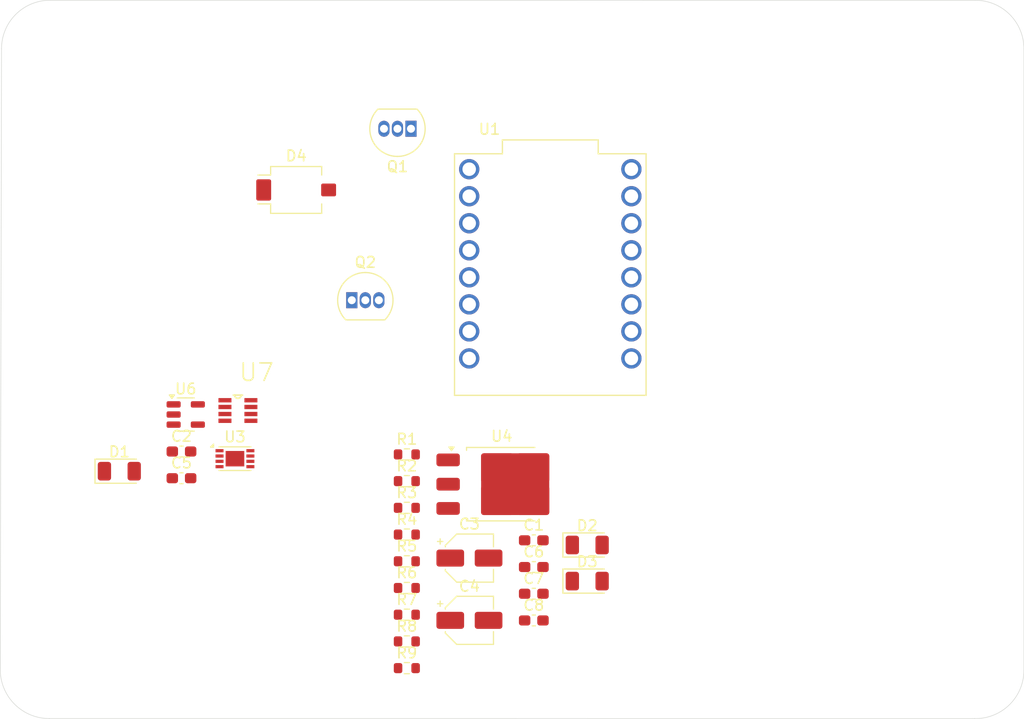
<source format=kicad_pcb>
(kicad_pcb (version 20240108) (generator "pcbnew") (generator_version "8.0")
  (layers (0 "F.Cu" signal) (31 "B.Cu" signal) (34 "B.Paste" user) (35 "F.Paste" user) (36 "B.SilkS" user "B.Silkscreen") (37 "F.SilkS" user "F.Silkscreen") (38 "B.Mask" user) (39 "F.Mask" user) (44 "Edge.Cuts" user))
  (net 0 "")
  (net 2 "Net-(D4-K)")
  (net 6 "Net-(D2-K)")
  (net 7 "Net-(Q1-C)")
  (net 8 "Net-(Q1-B)")
  (net 9 "Net-(Q2-C)")
  (net 12 "Net-(Q2-B)")
  (net 13 "LTC_B0")
  (net 15 "GND")
  (net 16 "Net-(D1-K)")
  (net 17 "VCC")
  (net 18 "3v3")
  (net 21 "LED1")
  (net 22 "LED2")
  (net 23 "LTC_B2")
  (net 24 "PB - entrada AD")
  (net 25 "LTC_B1")
  (net 26 "PF - entrada AD")
  (net 27 "Net-(U3A-+)")
  (net 28 "Net-(U3B--)")
  (net 29 "Estágio 2_Ganho")
  (net 30 "Estágio3_Filtro")
  (net 31 "Net-(C6-Pad1)")
  (net 32 "Net-(C7-Pad1)")
  (footprint "Resistor_SMD:R_0603_1608Metric" (layer "F.Cu") (at 168.9 123.88)
    (property "Reference" "R4" (at 0 -1.43 0) (layer "F.SilkS"))
    (property "Value" "R")
    (fp_line (start -0.237258 -0.5225) (end 0.237258 -0.5225) (stroke (width 0.12)) (layer "F.SilkS"))
    (fp_line (start -0.237258 0.5225) (end 0.237258 0.5225) (stroke (width 0.12)) (layer "F.SilkS"))
    (pad "1" smd roundrect (at -0.825 0) (size 0.8 0.95) (layers "F.Cu" "F.Paste" "F.Mask") (net 21 "LED1"))
    (pad "2" smd roundrect (at 0.825 0) (size 0.8 0.95) (layers "F.Cu" "F.Paste" "F.Mask") (net 8 "Net-(Q1-B)"))
  )
  (footprint "Resistor_SMD:R_0603_1608Metric" (layer "F.Cu") (at 168.9 136.43)
    (property "Reference" "R9" (at 0 -1.43 0) (layer "F.SilkS"))
    (property "Value" "R")
    (fp_line (start -0.237258 -0.5225) (end 0.237258 -0.5225) (stroke (width 0.12)) (layer "F.SilkS"))
    (fp_line (start -0.237258 0.5225) (end 0.237258 0.5225) (stroke (width 0.12)) (layer "F.SilkS"))
    (pad "1" smd roundrect (at -0.825 0) (size 0.8 0.95) (layers "F.Cu" "F.Paste" "F.Mask") (net 9 "Net-(Q2-C)"))
    (pad "2" smd roundrect (at 0.825 0) (size 0.8 0.95) (layers "F.Cu" "F.Paste" "F.Mask") (net 6 "Net-(D2-K)"))
  )
  (footprint "Capacitor_SMD:C_0603_1608Metric_Pad1.08x0.95mm_HandSolder" (layer "F.Cu") (at 180.83 129.44)
    (property "Reference" "C7" (at 0 -1.43 0) (layer "F.SilkS"))
    (property "Value" "C")
    (fp_line (start -0.146267 -0.51) (end 0.146267 -0.51) (stroke (width 0.12)) (layer "F.SilkS"))
    (fp_line (start -0.146267 0.51) (end 0.146267 0.51) (stroke (width 0.12)) (layer "F.SilkS"))
    (pad "1" smd roundrect (at -0.8625 0) (size 1.075 0.95) (layers "F.Cu" "F.Paste" "F.Mask") (net 32 "Net-(C7-Pad1)"))
    (pad "2" smd roundrect (at 0.8625 0) (size 1.075 0.95) (layers "F.Cu" "F.Paste" "F.Mask") (net 28 "Net-(U3B--)"))
  )
  (footprint "Package_DFN_QFN:DFN-8-1EP_3x2mm_P0.5mm_EP1.75x1.45mm" (layer "F.Cu") (at 152.75 116.75)
    (property "Reference" "U3" (at 0 -2.05 0) (layer "F.SilkS"))
    (property "Value" "MCP6002-xMC")
    (fp_line (start -1.5 -1.11) (end 1.5 -1.11) (stroke (width 0.12)) (layer "F.SilkS"))
    (fp_line (start -1.5 1.11) (end 1.5 1.11) (stroke (width 0.12)) (layer "F.SilkS"))
    (fp_poly (pts (xy -2.01 -1.09) (xy -2.29 -1.09) (xy -2.01 -1.37) (xy -2.01 -1.09)) (stroke (width 0.12)) (fill solid) (layer "F.SilkS"))
    (pad "1" smd rect (at -1.45 -0.75) (size 0.75 0.3) (layers "F.Cu" "F.Paste" "F.Mask") (net 24 "PB - entrada AD"))
    (pad "2" smd rect (at -1.45 -0.25) (size 0.75 0.3) (layers "F.Cu" "F.Paste" "F.Mask") (net 15 "GND"))
    (pad "3" smd rect (at -1.45 0.25) (size 0.75 0.3) (layers "F.Cu" "F.Paste" "F.Mask") (net 27 "Net-(U3A-+)"))
    (pad "4" smd rect (at -1.45 0.75) (size 0.75 0.3) (layers "F.Cu" "F.Paste" "F.Mask") (net 15 "GND"))
    (pad "5" smd rect (at 1.45 0.75) (size 0.75 0.3) (layers "F.Cu" "F.Paste" "F.Mask") (net 15 "GND"))
    (pad "6" smd rect (at 1.45 0.25) (size 0.75 0.3) (layers "F.Cu" "F.Paste" "F.Mask") (net 28 "Net-(U3B--)"))
    (pad "7" smd rect (at 1.45 -0.25) (size 0.75 0.3) (layers "F.Cu" "F.Paste" "F.Mask") (net 26 "PF - entrada AD"))
    (pad "8" smd rect (at 1.45 -0.75) (size 0.75 0.3) (layers "F.Cu" "F.Paste" "F.Mask") (net 18 "3v3"))
    (pad "9" smd rect (at 0 0) (size 1.75 1.45) (layers "F.Cu" "F.Mask") (net 15 "GND"))
  )
  (footprint "Package_TO_SOT_THT:TO-92_Inline" (layer "F.Cu") (at 163.73 101.86)
    (property "Reference" "Q2" (at 1.27 -3.56 0) (layer "F.SilkS"))
    (property "Value" "BC337")
    (fp_line (start -0.53 1.85) (end 3.07 1.85) (stroke (width 0.12)) (layer "F.SilkS"))
    (fp_arc (start -0.568478 1.838478) (mid -1.132087 -0.994977) (end 1.27 -2.6) (stroke (width 0.12)) (layer "F.SilkS"))
    (fp_arc (start 1.27 -2.6) (mid 3.672087 -0.994977) (end 3.108478 1.838478) (stroke (width 0.12)) (layer "F.SilkS"))
    (pad "1" thru_hole rect (at 0 0) (size 1.05 1.5) (drill 0.75) (layers "*.Cu" "*.Mask") (net 9 "Net-(Q2-C)"))
    (pad "2" thru_hole oval (at 1.27 0) (size 1.05 1.5) (drill 0.75) (layers "*.Cu" "*.Mask") (net 12 "Net-(Q2-B)"))
    (pad "3" thru_hole oval (at 2.54 0) (size 1.05 1.5) (drill 0.75) (layers "*.Cu" "*.Mask") (net 15 "GND"))
  )
  (footprint "Package_TO_SOT_SMD:TO-252-3_TabPin2" (layer "F.Cu") (at 177.82 119.145)
    (property "Reference" "U4" (at 0 -4.5 0) (layer "F.SilkS"))
    (property "Value" "LM1117DT-3.3")
    (fp_line (start -3.31 -3.45) (end -3.31 -3.18) (stroke (width 0.12)) (layer "F.SilkS"))
    (fp_line (start -3.31 3.45) (end -3.31 3.18) (stroke (width 0.12)) (layer "F.SilkS"))
    (fp_line (start 3.11 -3.45) (end -3.31 -3.45) (stroke (width 0.12)) (layer "F.SilkS"))
    (fp_line (start 3.11 3.45) (end -3.31 3.45) (stroke (width 0.12)) (layer "F.SilkS"))
    (fp_poly (pts (xy -4.725 -3.16) (xy -4.965 -3.49) (xy -4.485 -3.49) (xy -4.725 -3.16)) (stroke (width 0.12)) (fill solid) (layer "F.SilkS"))
    (pad "1" smd roundrect (at -5.04 -2.28) (size 2.2 1.2) (layers "F.Cu" "F.Paste" "F.Mask") (roundrect_rratio 0.208333) (net 15 "GND"))
    (pad "2" smd roundrect (at -5.04 0) (size 2.2 1.2) (layers "F.Cu" "F.Paste" "F.Mask") (roundrect_rratio 0.208333) (net 18 "3v3"))
    (pad "2" smd roundrect (at -0.415 -1.525) (size 3.05 2.75) (layers "F.Cu" "F.Paste") (roundrect_rratio 0.090909) (net 18 "3v3"))
    (pad "2" smd roundrect (at -0.415 1.525) (size 3.05 2.75) (layers "F.Cu" "F.Paste") (roundrect_rratio 0.090909) (net 18 "3v3"))
    (pad "2" smd roundrect (at 1.26 0) (size 6.4 5.8) (layers "F.Cu" "F.Mask") (roundrect_rratio 0.043103) (net 18 "3v3"))
    (pad "2" smd roundrect (at 2.935 -1.525) (size 3.05 2.75) (layers "F.Cu" "F.Paste") (roundrect_rratio 0.090909) (net 18 "3v3"))
    (pad "2" smd roundrect (at 2.935 1.525) (size 3.05 2.75) (layers "F.Cu" "F.Paste") (roundrect_rratio 0.090909) (net 18 "3v3"))
    (pad "3" smd roundrect (at -5.04 2.28) (size 2.2 1.2) (layers "F.Cu" "F.Paste" "F.Mask") (roundrect_rratio 0.208333) (net 17 "VCC"))
  )
  (footprint "Capacitor_SMD:C_0603_1608Metric_Pad1.08x0.95mm_HandSolder" (layer "F.Cu") (at 147.725 116.075)
    (property "Reference" "C2" (at 0 -1.43 0) (layer "F.SilkS"))
    (property "Value" "1uF")
    (fp_line (start -0.146267 -0.51) (end 0.146267 -0.51) (stroke (width 0.12)) (layer "F.SilkS"))
    (fp_line (start -0.146267 0.51) (end 0.146267 0.51) (stroke (width 0.12)) (layer "F.SilkS"))
    (pad "1" smd roundrect (at -0.8625 0) (size 1.075 0.95) (layers "F.Cu" "F.Paste" "F.Mask") (net 2 "Net-(D4-K)"))
    (pad "2" smd roundrect (at 0.8625 0) (size 1.075 0.95) (layers "F.Cu" "F.Paste" "F.Mask") (net 15 "GND"))
  )
  (footprint "Capacitor_SMD:C_0603_1608Metric_Pad1.08x0.95mm_HandSolder" (layer "F.Cu") (at 147.725 118.585)
    (property "Reference" "C5" (at 0 -1.43 0) (layer "F.SilkS"))
    (property "Value" "0.1uF")
    (fp_line (start -0.146267 -0.51) (end 0.146267 -0.51) (stroke (width 0.12)) (layer "F.SilkS"))
    (fp_line (start -0.146267 0.51) (end 0.146267 0.51) (stroke (width 0.12)) (layer "F.SilkS"))
    (pad "1" smd roundrect (at -0.8625 0) (size 1.075 0.95) (layers "F.Cu" "F.Paste" "F.Mask") (net 18 "3v3"))
    (pad "2" smd roundrect (at 0.8625 0) (size 1.075 0.95) (layers "F.Cu" "F.Paste" "F.Mask") (net 15 "GND"))
  )
  (footprint "Capacitor_SMD:C_0603_1608Metric_Pad1.08x0.95mm_HandSolder" (layer "F.Cu") (at 180.83 124.42)
    (property "Reference" "C1" (at 0 -1.43 0) (layer "F.SilkS"))
    (property "Value" "C")
    (fp_line (start -0.146267 -0.51) (end 0.146267 -0.51) (stroke (width 0.12)) (layer "F.SilkS"))
    (fp_line (start -0.146267 0.51) (end 0.146267 0.51) (stroke (width 0.12)) (layer "F.SilkS"))
    (pad "1" smd roundrect (at -0.8625 0) (size 1.075 0.95) (layers "F.Cu" "F.Paste" "F.Mask") (net 27 "Net-(U3A-+)"))
    (pad "2" smd roundrect (at 0.8625 0) (size 1.075 0.95) (layers "F.Cu" "F.Paste" "F.Mask") (net 15 "GND"))
  )
  (footprint "Resistor_SMD:R_0603_1608Metric" (layer "F.Cu") (at 168.9 121.37)
    (property "Reference" "R3" (at 0 -1.43 0) (layer "F.SilkS"))
    (property "Value" "R")
    (fp_line (start -0.237258 -0.5225) (end 0.237258 -0.5225) (stroke (width 0.12)) (layer "F.SilkS"))
    (fp_line (start -0.237258 0.5225) (end 0.237258 0.5225) (stroke (width 0.12)) (layer "F.SilkS"))
    (pad "1" smd roundrect (at -0.825 0) (size 0.8 0.95) (layers "F.Cu" "F.Paste" "F.Mask") (net 31 "Net-(C6-Pad1)"))
    (pad "2" smd roundrect (at 0.825 0) (size 0.8 0.95) (layers "F.Cu" "F.Paste" "F.Mask") (net 27 "Net-(U3A-+)"))
  )
  (footprint "Resistor_SMD:R_0603_1608Metric" (layer "F.Cu") (at 168.9 126.39)
    (property "Reference" "R5" (at 0 -1.43 0) (layer "F.SilkS"))
    (property "Value" "R")
    (fp_line (start -0.237258 -0.5225) (end 0.237258 -0.5225) (stroke (width 0.12)) (layer "F.SilkS"))
    (fp_line (start -0.237258 0.5225) (end 0.237258 0.5225) (stroke (width 0.12)) (layer "F.SilkS"))
    (pad "1" smd roundrect (at -0.825 0) (size 0.8 0.95) (layers "F.Cu" "F.Paste" "F.Mask") (net 22 "LED2"))
    (pad "2" smd roundrect (at 0.825 0) (size 0.8 0.95) (layers "F.Cu" "F.Paste" "F.Mask") (net 12 "Net-(Q2-B)"))
  )
  (footprint "Resistor_SMD:R_0603_1608Metric" (layer "F.Cu") (at 168.9 131.41)
    (property "Reference" "R7" (at 0 -1.43 0) (layer "F.SilkS"))
    (property "Value" "R")
    (fp_line (start -0.237258 -0.5225) (end 0.237258 -0.5225) (stroke (width 0.12)) (layer "F.SilkS"))
    (fp_line (start -0.237258 0.5225) (end 0.237258 0.5225) (stroke (width 0.12)) (layer "F.SilkS"))
    (pad "1" smd roundrect (at -0.825 0) (size 0.8 0.95) (layers "F.Cu" "F.Paste" "F.Mask") (net 15 "GND"))
    (pad "2" smd roundrect (at 0.825 0) (size 0.8 0.95) (layers "F.Cu" "F.Paste" "F.Mask") (net 28 "Net-(U3B--)"))
  )
  (footprint "ESP32-C3_SUPERMINI:MODULE_ESP32-C3_SUPERMINI" (layer "F.Cu") (at 182.38 99.45)
    (property "Reference" "U1" (at -5.715 -13.6525 0) (layer "F.SilkS"))
    (property "Value" "ESP32-C3_SUPERMINI")
    (fp_line (start -9 11.35) (end -9 -11.35) (stroke (width 0.127)) (layer "F.SilkS"))
    (fp_line (start -4.5 -12.65) (end -4.5 -11.35) (stroke (width 0.127)) (layer "F.SilkS"))
    (fp_line (start -4.5 -11.35) (end -9 -11.35) (stroke (width 0.127)) (layer "F.SilkS"))
    (fp_line (start 4.5 -12.65) (end -4.5 -12.65) (stroke (width 0.127)) (layer "F.SilkS"))
    (fp_line (start 4.5 -12.65) (end 4.5 -11.35) (stroke (width 0.127)) (layer "F.SilkS"))
    (fp_line (start 9 -11.35) (end 4.5 -11.35) (stroke (width 0.127)) (layer "F.SilkS"))
    (fp_line (start 9 11.35) (end -9 11.35) (stroke (width 0.127)) (layer "F.SilkS"))
    (fp_line (start 9 11.35) (end 9 -11.35) (stroke (width 0.127)) (layer "F.SilkS"))
    (pad "0" thru_hole circle (at 7.62 7.88) (size 1.905 1.905) (drill 1.27) (layers "*.Cu" "*.Mask") (net 24 "PB - entrada AD"))
    (pad "1" thru_hole circle (at 7.62 5.34) (size 1.905 1.905) (drill 1.27) (layers "*.Cu" "*.Mask"))
    (pad "2" thru_hole circle (at 7.62 2.8) (size 1.905 1.905) (drill 1.27) (layers "*.Cu" "*.Mask"))
    (pad "3" thru_hole circle (at 7.62 0.26) (size 1.905 1.905) (drill 1.27) (layers "*.Cu" "*.Mask"))
    (pad "3.3" thru_hole circle (at 7.62 -4.82) (size 1.905 1.905) (drill 1.27) (layers "*.Cu" "*.Mask") (net 18 "3v3"))
    (pad "4" thru_hole circle (at 7.62 -2.28) (size 1.905 1.905) (drill 1.27) (layers "*.Cu" "*.Mask"))
    (pad "5" thru_hole circle (at -7.62 -9.9) (size 1.905 1.905) (drill 1.27) (layers "*.Cu" "*.Mask") (net 26 "PF - entrada AD"))
    (pad "5V" thru_hole circle (at 7.62 -9.9) (size 1.905 1.905) (drill 1.27) (layers "*.Cu" "*.Mask"))
    (pad "6" thru_hole circle (at -7.62 -7.36) (size 1.905 1.905) (drill 1.27) (layers "*.Cu" "*.Mask"))
    (pad "7" thru_hole circle (at -7.62 -4.82) (size 1.905 1.905) (drill 1.27) (layers "*.Cu" "*.Mask"))
    (pad "8" thru_hole circle (at -7.62 -2.28) (size 1.905 1.905) (drill 1.27) (layers "*.Cu" "*.Mask") (net 21 "LED1"))
    (pad "9" thru_hole circle (at -7.62 0.26) (size 1.905 1.905) (drill 1.27) (layers "*.Cu" "*.Mask") (net 22 "LED2"))
    (pad "10" thru_hole circle (at -7.62 2.8) (size 1.905 1.905) (drill 1.27) (layers "*.Cu" "*.Mask") (net 13 "LTC_B0"))
    (pad "20" thru_hole circle (at -7.62 5.34) (size 1.905 1.905) (drill 1.27) (layers "*.Cu" "*.Mask") (net 25 "LTC_B1"))
    (pad "21" thru_hole circle (at -7.62 7.88) (size 1.905 1.905) (drill 1.27) (layers "*.Cu" "*.Mask") (net 23 "LTC_B2"))
    (pad "G" thru_hole circle (at 7.62 -7.36) (size 1.905 1.905) (drill 1.27) (layers "*.Cu" "*.Mask") (net 15 "GND"))
  )
  (footprint "Resistor_SMD:R_0603_1608Metric" (layer "F.Cu") (at 168.9 128.9)
    (property "Reference" "R6" (at 0 -1.43 0) (layer "F.SilkS"))
    (property "Value" "R")
    (fp_line (start -0.237258 -0.5225) (end 0.237258 -0.5225) (stroke (width 0.12)) (layer "F.SilkS"))
    (fp_line (start -0.237258 0.5225) (end 0.237258 0.5225) (stroke (width 0.12)) (layer "F.SilkS"))
    (pad "1" smd roundrect (at -0.825 0) (size 0.8 0.95) (layers "F.Cu" "F.Paste" "F.Mask") (net 32 "Net-(C7-Pad1)"))
    (pad "2" smd roundrect (at 0.825 0) (size 0.8 0.95) (layers "F.Cu" "F.Paste" "F.Mask") (net 26 "PF - entrada AD"))
  )
  (footprint "Capacitor_SMD:C_0603_1608Metric_Pad1.08x0.95mm_HandSolder" (layer "F.Cu") (at 180.83 131.95)
    (property "Reference" "C8" (at 0 -1.43 0) (layer "F.SilkS"))
    (property "Value" "C")
    (fp_line (start -0.146267 -0.51) (end 0.146267 -0.51) (stroke (width 0.12)) (layer "F.SilkS"))
    (fp_line (start -0.146267 0.51) (end 0.146267 0.51) (stroke (width 0.12)) (layer "F.SilkS"))
    (pad "1" smd roundrect (at -0.8625 0) (size 1.075 0.95) (layers "F.Cu" "F.Paste" "F.Mask") (net 24 "PB - entrada AD"))
    (pad "2" smd roundrect (at 0.8625 0) (size 1.075 0.95) (layers "F.Cu" "F.Paste" "F.Mask") (net 32 "Net-(C7-Pad1)"))
  )
  (footprint "Package_TO_SOT_SMD:SOT-23-5" (layer "F.Cu") (at 148.125 112.6)
    (property "Reference" "U6" (at 0 -2.4 0) (layer "F.SilkS"))
    (property "Value" "MCP601R")
    (fp_line (start 0 -1.56) (end -0.8 -1.56) (stroke (width 0.12)) (layer "F.SilkS"))
    (fp_line (start 0 -1.56) (end 0.8 -1.56) (stroke (width 0.12)) (layer "F.SilkS"))
    (fp_line (start 0 1.56) (end -0.8 1.56) (stroke (width 0.12)) (layer "F.SilkS"))
    (fp_line (start 0 1.56) (end 0.8 1.56) (stroke (width 0.12)) (layer "F.SilkS"))
    (fp_poly (pts (xy -1.3 -1.51) (xy -1.54 -1.84) (xy -1.06 -1.84) (xy -1.3 -1.51)) (stroke (width 0.12)) (fill solid) (layer "F.SilkS"))
    (pad "1" smd roundrect (at -1.1375 -0.95) (size 1.325 0.6) (layers "F.Cu" "F.Paste" "F.Mask") (net 29 "Estágio 2_Ganho"))
    (pad "2" smd roundrect (at -1.1375 0) (size 1.325 0.6) (layers "F.Cu" "F.Paste" "F.Mask") (net 15 "GND"))
    (pad "3" smd roundrect (at -1.1375 0.95) (size 1.325 0.6) (layers "F.Cu" "F.Paste" "F.Mask") (net 15 "GND"))
    (pad "4" smd roundrect (at 1.1375 0.95) (size 1.325 0.6) (layers "F.Cu" "F.Paste" "F.Mask") (net 2 "Net-(D4-K)"))
    (pad "5" smd roundrect (at 1.1375 -0.95) (size 1.325 0.6) (layers "F.Cu" "F.Paste" "F.Mask") (net 18 "3v3"))
  )
  (footprint "LTC6910-1CTS8PBF:SOT65P280X100-8N" (layer "F.Cu") (at 153.0288 112.224)
    (property "Reference" "U7" (at 1.75303 -3.58225 0) (layer "F.SilkS") (effects (font (size 1.640394 1.640394))))
    (property "Value" "LTC6910-1CTS8PBF")
    (fp_line (start -0.3048 -1.4478) (end -0.4318 -1.4478) (stroke (width 0.1524)) (layer "F.SilkS"))
    (fp_line (start 0.3048 -1.4478) (end -0.3048 -1.4478) (stroke (width 0.1524)) (layer "F.SilkS"))
    (fp_line (start 0.4318 -1.4478) (end 0.3048 -1.4478) (stroke (width 0.1524)) (layer "F.SilkS"))
    (fp_arc (start 0.3048 -1.4478) (mid 0 -1.143) (end -0.3048 -1.4478) (stroke (width 0.1524)) (layer "F.SilkS"))
    (pad "1" smd rect (at -1.2192 -0.9652) (size 1.2192 0.4064) (layers "F.Cu" "F.Paste" "F.Mask") (net 30 "Estágio3_Filtro"))
    (pad "2" smd rect (at -1.2192 -0.3302) (size 1.2192 0.4064) (layers "F.Cu" "F.Paste" "F.Mask") (net 15 "GND"))
    (pad "3" smd rect (at -1.2192 0.3302) (size 1.2192 0.4064) (layers "F.Cu" "F.Paste" "F.Mask") (net 29 "Estágio 2_Ganho"))
    (pad "4" smd rect (at -1.2192 0.9652) (size 1.2192 0.4064) (layers "F.Cu" "F.Paste" "F.Mask") (net 15 "GND"))
    (pad "5" smd rect (at 1.2192 0.9652) (size 1.2192 0.4064) (layers "F.Cu" "F.Paste" "F.Mask") (net 13 "LTC_B0"))
    (pad "6" smd rect (at 1.2192 0.3302) (size 1.2192 0.4064) (layers "F.Cu" "F.Paste" "F.Mask") (net 25 "LTC_B1"))
    (pad "7" smd rect (at 1.2192 -0.3302) (size 1.2192 0.4064) (layers "F.Cu" "F.Paste" "F.Mask") (net 23 "LTC_B2"))
    (pad "8" smd rect (at 1.2192 -0.9652) (size 1.2192 0.4064) (layers "F.Cu" "F.Paste" "F.Mask") (net 18 "3v3"))
  )
  (footprint "LED_SMD:LED_1206_3216Metric" (layer "F.Cu") (at 185.85 128.25)
    (property "Reference" "D3" (at 0 -1.82 0) (layer "F.SilkS"))
    (property "Value" "MTSM0013-844-IR 1350 nM")
    (fp_line (start -2.285 -1.135) (end -2.285 1.135) (stroke (width 0.12)) (layer "F.SilkS"))
    (fp_line (start -2.285 1.135) (end 1.6 1.135) (stroke (width 0.12)) (layer "F.SilkS"))
    (fp_line (start 1.6 -1.135) (end -2.285 -1.135) (stroke (width 0.12)) (layer "F.SilkS"))
    (pad "1" smd roundrect (at -1.4 0) (size 1.25 1.75) (layers "F.Cu" "F.Paste" "F.Mask") (roundrect_rratio 0.2))
    (pad "2" smd roundrect (at 1.4 0) (size 1.25 1.75) (layers "F.Cu" "F.Paste" "F.Mask") (roundrect_rratio 0.2))
  )
  (footprint "LED_SMD:LED_1206_3216Metric" (layer "F.Cu") (at 141.885 117.925)
    (property "Reference" "D1" (at 0 -1.82 0) (layer "F.SilkS"))
    (property "Value" "MTE8120CP 805nm")
    (fp_line (start -2.285 -1.135) (end -2.285 1.135) (stroke (width 0.12)) (layer "F.SilkS"))
    (fp_line (start -2.285 1.135) (end 1.6 1.135) (stroke (width 0.12)) (layer "F.SilkS"))
    (fp_line (start 1.6 -1.135) (end -2.285 -1.135) (stroke (width 0.12)) (layer "F.SilkS"))
    (pad "1" smd roundrect (at -1.4 0) (size 1.25 1.75) (layers "F.Cu" "F.Paste" "F.Mask") (roundrect_rratio 0.2) (net 16 "Net-(D1-K)"))
    (pad "2" smd roundrect (at 1.4 0) (size 1.25 1.75) (layers "F.Cu" "F.Paste" "F.Mask") (roundrect_rratio 0.2) (net 18 "3v3"))
  )
  (footprint "Resistor_SMD:R_0603_1608Metric" (layer "F.Cu") (at 168.9 133.92)
    (property "Reference" "R8" (at 0 -1.43 0) (layer "F.SilkS"))
    (property "Value" "R")
    (fp_line (start -0.237258 -0.5225) (end 0.237258 -0.5225) (stroke (width 0.12)) (layer "F.SilkS"))
    (fp_line (start -0.237258 0.5225) (end 0.237258 0.5225) (stroke (width 0.12)) (layer "F.SilkS"))
    (pad "1" smd roundrect (at -0.825 0) (size 0.8 0.95) (layers "F.Cu" "F.Paste" "F.Mask") (net 7 "Net-(Q1-C)"))
    (pad "2" smd roundrect (at 0.825 0) (size 0.8 0.95) (layers "F.Cu" "F.Paste" "F.Mask") (net 16 "Net-(D1-K)"))
  )
  (footprint "Resistor_SMD:R_0603_1608Metric" (layer "F.Cu") (at 168.9 118.86)
    (property "Reference" "R2" (at 0 -1.43 0) (layer "F.SilkS"))
    (property "Value" "R")
    (fp_line (start -0.237258 -0.5225) (end 0.237258 -0.5225) (stroke (width 0.12)) (layer "F.SilkS"))
    (fp_line (start -0.237258 0.5225) (end 0.237258 0.5225) (stroke (width 0.12)) (layer "F.SilkS"))
    (pad "1" smd roundrect (at -0.825 0) (size 0.8 0.95) (layers "F.Cu" "F.Paste" "F.Mask") (net 2 "Net-(D4-K)"))
    (pad "2" smd roundrect (at 0.825 0) (size 0.8 0.95) (layers "F.Cu" "F.Paste" "F.Mask") (net 29 "Estágio 2_Ganho"))
  )
  (footprint "Resistor_SMD:R_0603_1608Metric" (layer "F.Cu") (at 168.9 116.35)
    (property "Reference" "R1" (at 0 -1.43 0) (layer "F.SilkS"))
    (property "Value" "R")
    (fp_line (start -0.237258 -0.5225) (end 0.237258 -0.5225) (stroke (width 0.12)) (layer "F.SilkS"))
    (fp_line (start -0.237258 0.5225) (end 0.237258 0.5225) (stroke (width 0.12)) (layer "F.SilkS"))
    (pad "1" smd roundrect (at -0.825 0) (size 0.8 0.95) (layers "F.Cu" "F.Paste" "F.Mask") (net 30 "Estágio3_Filtro"))
    (pad "2" smd roundrect (at 0.825 0) (size 0.8 0.95) (layers "F.Cu" "F.Paste" "F.Mask") (net 31 "Net-(C6-Pad1)"))
  )
  (footprint "LED_SMD:LED_1206_3216Metric" (layer "F.Cu") (at 185.85 124.86)
    (property "Reference" "D2" (at 0 -1.82 0) (layer "F.SilkS"))
    (property "Value" "MTE8120CP 805nm")
    (fp_line (start -2.285 -1.135) (end -2.285 1.135) (stroke (width 0.12)) (layer "F.SilkS"))
    (fp_line (start -2.285 1.135) (end 1.6 1.135) (stroke (width 0.12)) (layer "F.SilkS"))
    (fp_line (start 1.6 -1.135) (end -2.285 -1.135) (stroke (width 0.12)) (layer "F.SilkS"))
    (pad "1" smd roundrect (at -1.4 0) (size 1.25 1.75) (layers "F.Cu" "F.Paste" "F.Mask") (roundrect_rratio 0.2) (net 6 "Net-(D2-K)"))
    (pad "2" smd roundrect (at 1.4 0) (size 1.25 1.75) (layers "F.Cu" "F.Paste" "F.Mask") (roundrect_rratio 0.2) (net 18 "3v3"))
  )
  (footprint "OptoDevice:Osram_BPW34S-SMD" (layer "F.Cu") (at 158.5 91.5)
    (property "Reference" "D4" (at 0.01 -3.2 0) (layer "F.SilkS"))
    (property "Value" "S5971")
    (fp_line (start -3.59 1.31) (end -2.4 1.31) (stroke (width 0.12)) (layer "F.SilkS"))
    (fp_line (start -2.41 -1.4) (end -3.59 -1.4) (stroke (width 0.12)) (layer "F.SilkS"))
    (fp_line (start -2.4 -2.2) (end -2.4 -1.4) (stroke (width 0.12)) (layer "F.SilkS"))
    (fp_line (start -2.4 1.31) (end -2.4 2.2) (stroke (width 0.12)) (layer "F.SilkS"))
    (fp_line (start -2.4 2.2) (end 2.4 2.2) (stroke (width 0.12)) (layer "F.SilkS"))
    (fp_line (start 2.4 -2.2) (end -2.4 -2.2) (stroke (width 0.12)) (layer "F.SilkS"))
    (fp_line (start 2.4 -1.4) (end 2.4 -2.2) (stroke (width 0.12)) (layer "F.SilkS"))
    (fp_line (start 2.4 2.2) (end 2.4 1.31) (stroke (width 0.12)) (layer "F.SilkS"))
    (pad "1" smd roundrect (at -3.05 0 180) (size 1.4 2) (layers "F.Cu" "F.Mask") (roundrect_rratio 0.125) (net 2 "Net-(D4-K)"))
    (pad "2" smd roundrect (at 3.05 0 180) (size 1.4 1.2) (layers "F.Cu" "F.Mask") (roundrect_rratio 0.125) (net 15 "GND"))
  )
  (footprint "Capacitor_SMD:CP_Elec_4x4.5" (layer "F.Cu") (at 174.78 131.94)
    (property "Reference" "C4" (at 0 -3.2 0) (layer "F.SilkS"))
    (property "Value" "C_Polarized_Small")
    (fp_line (start -3 -1.56) (end -2.5 -1.56) (stroke (width 0.12)) (layer "F.SilkS"))
    (fp_line (start -2.75 -1.81) (end -2.75 -1.31) (stroke (width 0.12)) (layer "F.SilkS"))
    (fp_line (start -2.26 -1.195563) (end -2.26 -1.06) (stroke (width 0.12)) (layer "F.SilkS"))
    (fp_line (start -2.26 -1.195563) (end -1.195563 -2.26) (stroke (width 0.12)) (layer "F.SilkS"))
    (fp_line (start -2.26 1.195563) (end -2.26 1.06) (stroke (width 0.12)) (layer "F.SilkS"))
    (fp_line (start -2.26 1.195563) (end -1.195563 2.26) (stroke (width 0.12)) (layer "F.SilkS"))
    (fp_line (start -1.195563 -2.26) (end 2.26 -2.26) (stroke (width 0.12)) (layer "F.SilkS"))
    (fp_line (start -1.195563 2.26) (end 2.26 2.26) (stroke (width 0.12)) (layer "F.SilkS"))
    (fp_line (start 2.26 -2.26) (end 2.26 -1.06) (stroke (width 0.12)) (layer "F.SilkS"))
    (fp_line (start 2.26 2.26) (end 2.26 1.06) (stroke (width 0.12)) (layer "F.SilkS"))
    (pad "1" smd roundrect (at -1.8 0) (size 2.6 1.6) (layers "F.Cu" "F.Paste" "F.Mask") (roundrect_rratio 0.15625) (net 18 "3v3"))
    (pad "2" smd roundrect (at 1.8 0) (size 2.6 1.6) (layers "F.Cu" "F.Paste" "F.Mask") (roundrect_rratio 0.15625) (net 15 "GND"))
  )
  (footprint "Capacitor_SMD:CP_Elec_4x5.3" (layer "F.Cu") (at 174.78 126.09)
    (property "Reference" "C3" (at 0 -3.2 0) (layer "F.SilkS"))
    (property "Value" "C_Polarized_Small")
    (fp_line (start -3 -1.56) (end -2.5 -1.56) (stroke (width 0.12)) (layer "F.SilkS"))
    (fp_line (start -2.75 -1.81) (end -2.75 -1.31) (stroke (width 0.12)) (layer "F.SilkS"))
    (fp_line (start -2.26 -1.195563) (end -2.26 -1.06) (stroke (width 0.12)) (layer "F.SilkS"))
    (fp_line (start -2.26 -1.195563) (end -1.195563 -2.26) (stroke (width 0.12)) (layer "F.SilkS"))
    (fp_line (start -2.26 1.195563) (end -2.26 1.06) (stroke (width 0.12)) (layer "F.SilkS"))
    (fp_line (start -2.26 1.195563) (end -1.195563 2.26) (stroke (width 0.12)) (layer "F.SilkS"))
    (fp_line (start -1.195563 -2.26) (end 2.26 -2.26) (stroke (width 0.12)) (layer "F.SilkS"))
    (fp_line (start -1.195563 2.26) (end 2.26 2.26) (stroke (width 0.12)) (layer "F.SilkS"))
    (fp_line (start 2.26 -2.26) (end 2.26 -1.06) (stroke (width 0.12)) (layer "F.SilkS"))
    (fp_line (start 2.26 2.26) (end 2.26 1.06) (stroke (width 0.12)) (layer "F.SilkS"))
    (pad "1" smd roundrect (at -1.8 0) (size 2.6 1.6) (layers "F.Cu" "F.Paste" "F.Mask") (roundrect_rratio 0.15625) (net 17 "VCC"))
    (pad "2" smd roundrect (at 1.8 0) (size 2.6 1.6) (layers "F.Cu" "F.Paste" "F.Mask") (roundrect_rratio 0.15625) (net 15 "GND"))
  )
  (footprint "Package_TO_SOT_THT:TO-92_Inline" (layer "F.Cu") (at 169.29 85.75 180)
    (property "Reference" "Q1" (at 1.27 -3.56 180) (layer "F.SilkS"))
    (property "Value" "BC337")
    (fp_line (start -0.53 1.85) (end 3.07 1.85) (stroke (width 0.12)) (layer "F.SilkS"))
    (fp_arc (start 1.27 -2.6) (mid 3.672087 -0.994977) (end 3.108478 1.838478) (stroke (width 0.12)) (layer "F.SilkS"))
    (fp_arc (start -0.568478 1.838478) (mid -1.132087 -0.994977) (end 1.27 -2.6) (stroke (width 0.12)) (layer "F.SilkS"))
    (pad "1" thru_hole rect (at 0 0 180) (size 1.05 1.5) (drill 0.75) (layers "*.Cu" "*.Mask") (net 7 "Net-(Q1-C)"))
    (pad "2" thru_hole oval (at 1.27 0 180) (size 1.05 1.5) (drill 0.75) (layers "*.Cu" "*.Mask") (net 8 "Net-(Q1-B)"))
    (pad "3" thru_hole oval (at 2.54 0 180) (size 1.05 1.5) (drill 0.75) (layers "*.Cu" "*.Mask") (net 15 "GND"))
  )
  (footprint "Capacitor_SMD:C_0603_1608Metric_Pad1.08x0.95mm_HandSolder" (layer "F.Cu") (at 180.83 126.93)
    (property "Reference" "C6" (at 0 -1.43 0) (layer "F.SilkS"))
    (property "Value" "C")
    (fp_line (start -0.146267 -0.51) (end 0.146267 -0.51) (stroke (width 0.12)) (layer "F.SilkS"))
    (fp_line (start -0.146267 0.51) (end 0.146267 0.51) (stroke (width 0.12)) (layer "F.SilkS"))
    (pad "1" smd roundrect (at -0.8625 0) (size 1.075 0.95) (layers "F.Cu" "F.Paste" "F.Mask") (net 31 "Net-(C6-Pad1)"))
    (pad "2" smd roundrect (at 0.8625 0) (size 1.075 0.95) (layers "F.Cu" "F.Paste" "F.Mask") (net 24 "PB - entrada AD"))
  )
  (gr_arc (start 135.297362 141.1659) (mid 132.030901 139.804281) (end 130.698695 136.525715) (stroke (width 0.05)) (layer "Edge.Cuts"))
  (gr_line (start 226.88 78.23) (end 226.88 136.71) (stroke (width 0.05)) (layer "Edge.Cuts"))
  (gr_arc (start 226.88 136.71) (mid 225.493206 139.895896) (end 222.260026 141.168564) (stroke (width 0.05)) (layer "Edge.Cuts"))
  (gr_arc (start 222.33 73.68) (mid 225.547336 75.012664) (end 226.88 78.23) (stroke (width 0.05)) (layer "Edge.Cuts"))
  (gr_arc (start 130.817336 78.227336) (mid 132.15 75.01) (end 135.367336 73.677336) (stroke (width 0.05)) (layer "Edge.Cuts"))
  (gr_line (start 135.367336 73.677336) (end 222.33 73.68) (stroke (width 0.05)) (layer "Edge.Cuts"))
  (gr_line (start 130.817336 78.227336) (end 130.698695 136.525715) (stroke (width 0.05)) (layer "Edge.Cuts"))
  (gr_line (start 135.297362 141.1659) (end 222.260026 141.168564) (stroke (width 0.05)) (layer "Edge.Cuts"))
)
</source>
